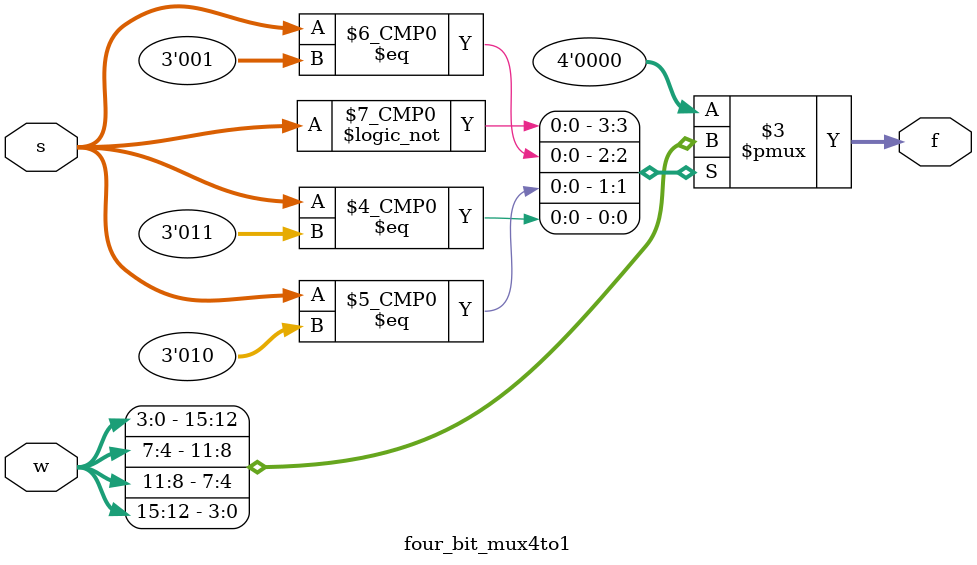
<source format=v>
module four_bit_mux4to1 (w, s, f);
    input [15:0] w;
    input [2:0] s;
    output reg [3:0] f;

    always @(*)
    begin
        case (s)
            2'b00: f = w[3:0];
            2'b01: f = w[7:4];
            2'b10: f = w[11:8];
            2'b11: f = w[15:12];
            default: f = 4'b0000;
        endcase
    end
endmodule
</source>
